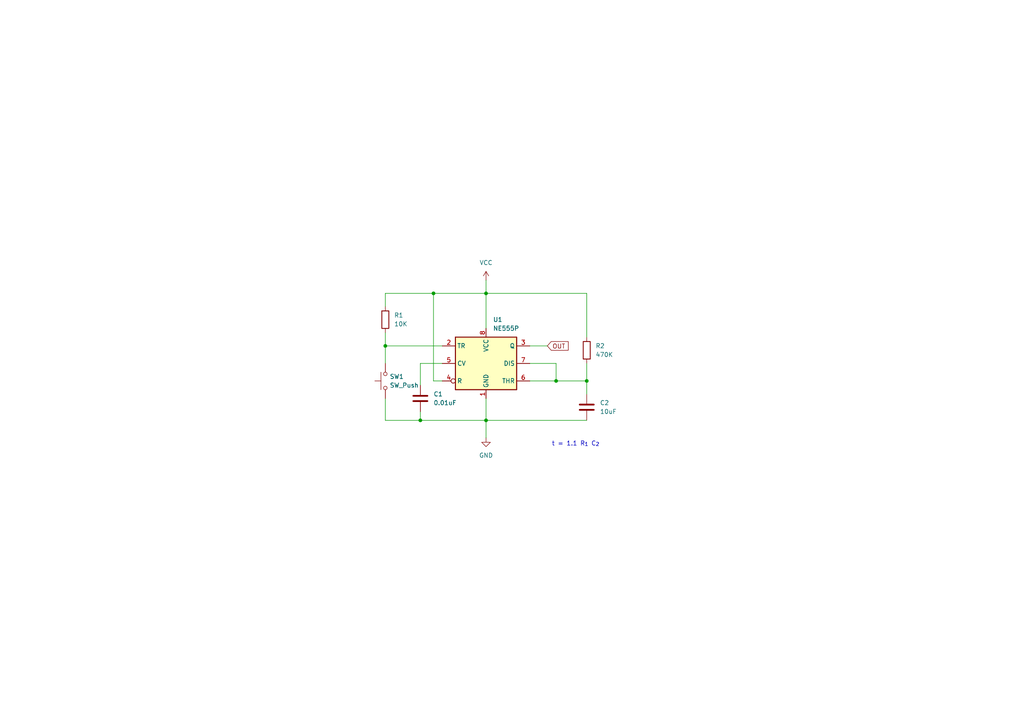
<source format=kicad_sch>
(kicad_sch (version 20211123) (generator eeschema)
  (paper "A4")
  (lib_symbols
    (symbol "Device:C" (pin_numbers hide) (pin_names (offset 0.254))
      (property "Reference" "C" (at 0.635 2.54 0))
      (property "Value" "C" (at 0.635 -2.54 0))
      (symbol "C_0_1"
        (polyline (pts (xy -2.032 -0.762) (xy 2.032 -0.762)) (stroke (width 0.508)))
        (polyline (pts (xy -2.032 0.762) (xy 2.032 0.762)) (stroke (width 0.508)))
      )
      (symbol "C_1_1"
        (pin passive line (at 0 3.81 270) (length 2.794) (name "~") (number "1"))
        (pin passive line (at 0 -3.81 90) (length 2.794) (name "~") (number "2"))
      )
    )
    (symbol "Device:R" (pin_numbers hide) (pin_names (offset 0))
      (property "Reference" "R" (at 2.032 0 90))
      (property "Value" "R" (at 0 0 90))
      (symbol "R_0_1"
        (rectangle (start -1.016 -2.54) (end 1.016 2.54) (stroke (width 0.254)))
      )
      (symbol "R_1_1"
        (pin passive line (at 0 3.81 270) (length 1.27) (name "~") (number "1"))
        (pin passive line (at 0 -3.81 90) (length 1.27) (name "~") (number "2"))
      )
    )
    (symbol "Switch:SW_Push" (pin_numbers hide) (pin_names (offset 1.016) hide)
      (property "Reference" "SW" (at 1.27 2.54 0))
      (property "Value" "SW_Push" (at 0 -1.524 0))
      (symbol "SW_Push_0_1"
        (circle (center -2.032 0) (radius 0.508))
        (polyline (pts (xy 0 1.27) (xy 0 3.048)))
        (polyline (pts (xy 2.54 1.27) (xy -2.54 1.27)))
        (circle (center 2.032 0) (radius 0.508))
        (pin passive line (at -5.08 0 0) (length 2.54) (name "1") (number "1"))
        (pin passive line (at 5.08 0 180) (length 2.54) (name "2") (number "2"))
      )
    )
    (symbol "Timer:NE555P"
      (property "Reference" "U" (at -10.16 8.89 0))
      (property "Value" "NE555P" (at 2.54 8.89 0))
      (symbol "NE555P_0_0"
        (pin power_in line (at 0 -10.16 90) (length 2.54) (name "GND") (number "1"))
        (pin power_in line (at 0 10.16 270) (length 2.54) (name "VCC") (number "8"))
      )
      (symbol "NE555P_0_1"
        (rectangle (start -8.89 -7.62) (end 8.89 7.62) (stroke (width 0.254)) (fill (type background)))
        (rectangle (start -8.89 -7.62) (end 8.89 7.62) (stroke (width 0.254)) (fill (type background)))
      )
      (symbol "NE555P_1_1"
        (pin input line (at -12.7 5.08 0) (length 3.81) (name "TR") (number "2"))
        (pin output line (at 12.7 5.08 180) (length 3.81) (name "Q") (number "3"))
        (pin input inverted (at -12.7 -5.08 0) (length 3.81) (name "R") (number "4"))
        (pin input line (at -12.7 0 0) (length 3.81) (name "CV") (number "5"))
        (pin input line (at 12.7 -5.08 180) (length 3.81) (name "THR") (number "6"))
        (pin input line (at 12.7 0 180) (length 3.81) (name "DIS") (number "7"))
      )
    )
    (symbol "power:GND" (power) (pin_names (offset 0))
      (property "Value" "GND" (at 0 -3.81 0))
      (symbol "GND_0_1"
        (polyline (pts (xy 0 0) (xy 0 -1.27) (xy 1.27 -1.27) (xy 0 -2.54) (xy -1.27 -1.27) (xy 0 -1.27)))
      )
      (symbol "GND_1_1"
        (pin power_in line (at 0 0 270) (length 0) hide (name "GND") (number "1"))
      )
    )
    (symbol "power:VCC" (power) (pin_names (offset 0))
      (property "Value" "VCC" (at 0 3.81 0))
      (symbol "VCC_0_1"
        (polyline (pts (xy -0.762 1.27) (xy 0 2.54)))
        (polyline (pts (xy 0 0) (xy 0 2.54)))
        (polyline (pts (xy 0 2.54) (xy 0.762 1.27)))
      )
      (symbol "VCC_1_1"
        (pin power_in line (at 0 0 90) (length 0) hide (name "VCC") (number "1"))
      )
    )
  )
  (junction (at 125.73 85.09))
  (junction (at 161.29 110.49))
  (junction (at 140.97 121.92))
  (junction (at 170.18 110.49))
  (junction (at 140.97 85.09))
  (junction (at 111.76 100.33))
  (junction (at 121.92 121.92))
  (wire (pts (xy 121.92 105.41) (xy 121.92 111.76)))
  (wire (pts (xy 140.97 121.92) (xy 170.18 121.92)))
  (wire (pts (xy 140.97 121.92) (xy 121.92 121.92)))
  (wire (pts (xy 153.67 100.33) (xy 158.75 100.33)))
  (wire (pts (xy 111.76 100.33) (xy 111.76 105.41)))
  (wire (pts (xy 140.97 121.92) (xy 140.97 127)))
  (wire (pts (xy 140.97 81.28) (xy 140.97 85.09)))
  (wire (pts (xy 125.73 110.49) (xy 125.73 85.09)))
  (wire (pts (xy 170.18 97.79) (xy 170.18 85.09)))
  (wire (pts (xy 140.97 85.09) (xy 140.97 95.25)))
  (wire (pts (xy 125.73 85.09) (xy 111.76 85.09)))
  (wire (pts (xy 125.73 85.09) (xy 140.97 85.09)))
  (wire (pts (xy 170.18 110.49) (xy 170.18 114.3)))
  (wire (pts (xy 111.76 115.57) (xy 111.76 121.92)))
  (wire (pts (xy 140.97 85.09) (xy 170.18 85.09)))
  (wire (pts (xy 153.67 110.49) (xy 161.29 110.49)))
  (wire (pts (xy 161.29 110.49) (xy 170.18 110.49)))
  (wire (pts (xy 128.27 110.49) (xy 125.73 110.49)))
  (wire (pts (xy 161.29 105.41) (xy 161.29 110.49)))
  (wire (pts (xy 121.92 119.38) (xy 121.92 121.92)))
  (wire (pts (xy 170.18 105.41) (xy 170.18 110.49)))
  (wire (pts (xy 153.67 105.41) (xy 161.29 105.41)))
  (wire (pts (xy 128.27 105.41) (xy 121.92 105.41)))
  (wire (pts (xy 111.76 85.09) (xy 111.76 88.9)))
  (wire (pts (xy 128.27 100.33) (xy 111.76 100.33)))
  (wire (pts (xy 140.97 115.57) (xy 140.97 121.92)))
  (wire (pts (xy 111.76 121.92) (xy 121.92 121.92)))
  (wire (pts (xy 111.76 100.33) (xy 111.76 96.52)))
  (text "t = 1.1 R_{1} C_{2}" (at 160.02 129.54 0) (effects (font (size 1.27 1.27)) (justify left bottom)))
  (global_label "OUT" (shape input) (at 158.75 100.33 0) (property "Intersheet References" "${INTERSHEET_REFS}" (effects hide)))
  (symbol (lib_id "Timer:NE555P") (at 140.97 105.41 0) (unit 1)
    (property "Reference" "U1" (at 142.9894 92.71 0) (effects (justify left)))
    (property "Value" "NE555P" (at 142.9894 95.25 0) (effects (justify left)))
    (property "Footprint" "Package_DIP:DIP-8_W7.62mm" (effects hide))
    (property "Datasheet" "http://www.ti.com/lit/ds/symlink/ne555.pdf" (effects hide))
  )
  (symbol (lib_id "Device:C") (at 121.92 115.57 0) (unit 1)
    (property "Reference" "C1" (at 125.73 114.2999 0) (effects (justify left)))
    (property "Value" "0.01uF" (at 125.73 116.8399 0) (effects (justify left)))
  )
  (symbol (lib_id "power:GND") (at 140.97 127 0) (unit 1)
    (property "Reference" "#PWR01" (effects hide))
    (property "Value" "GND" (at 140.97 132.08 0))
  )
  (symbol (lib_id "Device:R") (at 111.76 92.71 0) (unit 1)
    (property "Reference" "R1" (at 114.3 91.4399 0) (effects (justify left)))
    (property "Value" "10K" (at 114.3 93.9799 0) (effects (justify left)))
  )
  (symbol (lib_id "Device:R") (at 170.18 101.6 0) (unit 1)
    (property "Reference" "R2" (at 172.72 100.3299 0) (effects (justify left)))
    (property "Value" "470K" (at 172.72 102.8699 0) (effects (justify left)))
  )
  (symbol (lib_id "power:VCC") (at 140.97 81.28 0) (unit 1)
    (property "Reference" "#PWR02" (effects hide))
    (property "Value" "VCC" (at 140.97 76.2 0))
  )
  (symbol (lib_id "Device:C") (at 170.18 118.11 0) (unit 1)
    (property "Reference" "C2" (at 173.99 116.8399 0) (effects (justify left)))
    (property "Value" "10uF" (at 173.99 119.3799 0) (effects (justify left)))
  )
  (symbol (lib_id "Switch:SW_Push") (at 111.76 110.49 90) (unit 1)
    (property "Reference" "SW1" (at 113.03 109.2199 90) (effects (justify right)))
    (property "Value" "SW_Push" (at 113.03 111.7599 90) (effects (justify right)))
  )
)
</source>
